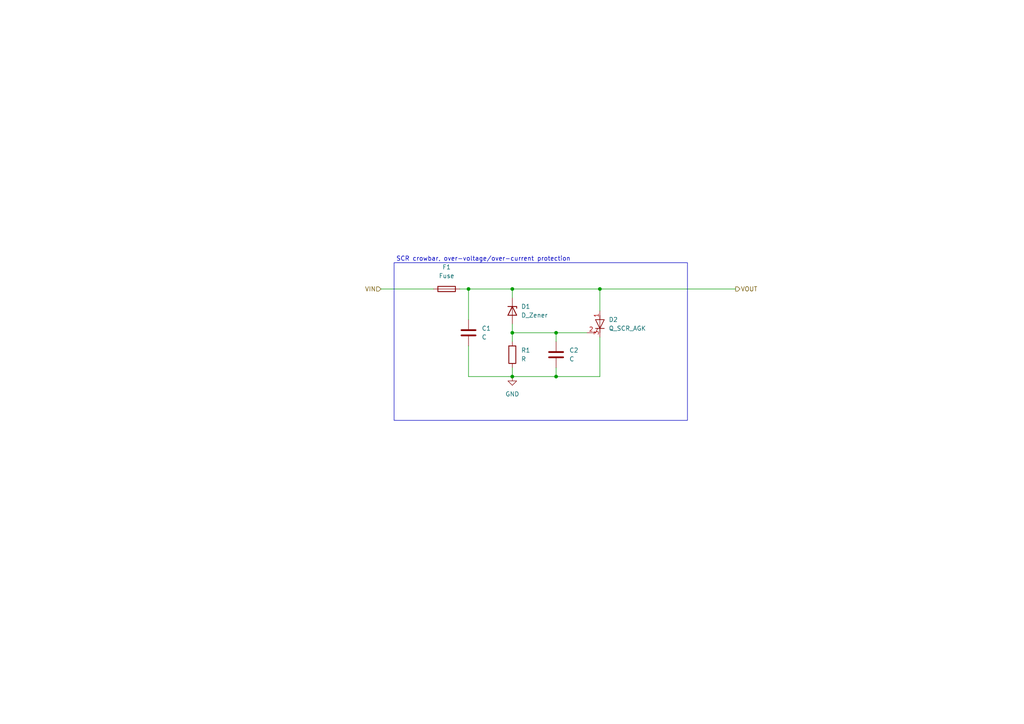
<source format=kicad_sch>
(kicad_sch (version 20250114) (generator "eeschema") (generator_version "9.0")
  (paper "A4")
  (lib_symbols
    (symbol "Device:C" (pin_numbers (hide yes)) (pin_names (offset 0.254))
      (property "Reference" "C" (at 0.635 2.54 0))
      (property "Value" "C" (at 0.635 -2.54 0))
      (symbol "C_0_1"
        (polyline (pts (xy -2.032 0.762) (xy 2.032 0.762)) (stroke (width 0.508)))
        (polyline (pts (xy -2.032 -0.762) (xy 2.032 -0.762)) (stroke (width 0.508)))
      )
      (symbol "C_1_1"
        (pin passive line (at 0 3.81 270) (length 2.794) (name "~") (number "1"))
        (pin passive line (at 0 -3.81 90) (length 2.794) (name "~") (number "2"))
      )
    )
    (symbol "Device:D_Zener" (pin_numbers (hide yes)) (pin_names (offset 1.016) (hide yes))
      (property "Reference" "D" (at 0 2.54 0))
      (property "Value" "D_Zener" (at 0 -2.54 0))
      (symbol "D_Zener_0_1"
        (polyline (pts (xy -1.27 -1.27) (xy -1.27 1.27) (xy -0.762 1.27)) (stroke (width 0.254)))
        (polyline (pts (xy 1.27 0) (xy -1.27 0)))
        (polyline (pts (xy 1.27 -1.27) (xy 1.27 1.27) (xy -1.27 0) (xy 1.27 -1.27)) (stroke (width 0.254)))
      )
      (symbol "D_Zener_1_1"
        (pin passive line (at -3.81 0 0) (length 2.54) (name "K") (number "1"))
        (pin passive line (at 3.81 0 180) (length 2.54) (name "A") (number "2"))
      )
    )
    (symbol "Device:Fuse" (pin_numbers (hide yes)) (pin_names (offset 0))
      (property "Reference" "F" (at 2.032 0 90))
      (property "Value" "Fuse" (at -1.905 0 90))
      (symbol "Fuse_0_1"
        (rectangle (start -0.762 -2.54) (end 0.762 2.54) (stroke (width 0.254)))
        (polyline (pts (xy 0 2.54) (xy 0 -2.54)))
      )
      (symbol "Fuse_1_1"
        (pin passive line (at 0 3.81 270) (length 1.27) (name "~") (number "1"))
        (pin passive line (at 0 -3.81 90) (length 1.27) (name "~") (number "2"))
      )
    )
    (symbol "Device:Q_SCR_AGK" (pin_names (offset 0) (hide yes))
      (property "Reference" "D" (at 1.905 0.635 0))
      (property "Value" "Q_SCR_AGK" (at 1.905 -1.27 0))
      (symbol "Q_SCR_AGK_0_1"
        (polyline (pts (xy -1.27 1.27) (xy 1.27 1.27) (xy 0 -1.27) (xy -1.27 1.27)) (stroke (width 0.2032)))
        (polyline (pts (xy -1.27 -1.27) (xy 1.27 -1.27)) (stroke (width 0.2032)))
        (polyline (pts (xy -1.27 -2.54) (xy -0.635 -1.27)))
        (polyline (pts (xy 0 -2.54) (xy 0 2.54)))
      )
      (symbol "Q_SCR_AGK_1_1"
        (pin input line (at -3.81 -2.54 0) (length 2.54) (name "G") (number "2"))
        (pin passive line (at 0 3.81 270) (length 2.54) (name "A") (number "1"))
        (pin passive line (at 0 -3.81 90) (length 2.54) (name "K") (number "3"))
      )
    )
    (symbol "Device:R" (pin_numbers (hide yes)) (pin_names (offset 0))
      (property "Reference" "R" (at 2.032 0 90))
      (property "Value" "R" (at 0 0 90))
      (symbol "R_0_1"
        (rectangle (start -1.016 -2.54) (end 1.016 2.54) (stroke (width 0.254)))
      )
      (symbol "R_1_1"
        (pin passive line (at 0 3.81 270) (length 1.27) (name "~") (number "1"))
        (pin passive line (at 0 -3.81 90) (length 1.27) (name "~") (number "2"))
      )
    )
    (symbol "power:GND" (power) (pin_numbers (hide yes)) (pin_names (offset 0) (hide yes))
      (property "Value" "GND" (at 0 -3.81 0))
      (symbol "GND_0_1"
        (polyline (pts (xy 0 0) (xy 0 -1.27) (xy 1.27 -1.27) (xy 0 -2.54) (xy -1.27 -1.27) (xy 0 -1.27)))
      )
      (symbol "GND_1_1"
        (pin power_in line (at 0 0 270) (length 0) (name "~") (number "1"))
      )
    )
  )
  (rectangle (start 114.3 76.2) (end 199.39 121.92))
  (text "SCR crowbar, over-voltage/over-current protection" (at 140.208 75.184 0) (effects (font (size 1.27 1.27))))
  (junction (at 148.59 83.82))
  (junction (at 173.99 83.82))
  (junction (at 135.89 83.82))
  (junction (at 161.29 109.22))
  (junction (at 161.29 96.52))
  (junction (at 148.59 96.52))
  (junction (at 148.59 109.22))
  (wire (pts (xy 135.89 83.82) (xy 133.35 83.82)))
  (wire (pts (xy 148.59 93.98) (xy 148.59 96.52)))
  (wire (pts (xy 148.59 106.68) (xy 148.59 109.22)))
  (wire (pts (xy 161.29 96.52) (xy 161.29 99.06)))
  (wire (pts (xy 148.59 83.82) (xy 135.89 83.82)))
  (wire (pts (xy 135.89 83.82) (xy 135.89 92.71)))
  (wire (pts (xy 148.59 96.52) (xy 161.29 96.52)))
  (wire (pts (xy 173.99 90.17) (xy 173.99 83.82)))
  (wire (pts (xy 161.29 96.52) (xy 170.18 96.52)))
  (wire (pts (xy 161.29 109.22) (xy 148.59 109.22)))
  (wire (pts (xy 148.59 86.36) (xy 148.59 83.82)))
  (wire (pts (xy 110.49 83.82) (xy 125.73 83.82)))
  (wire (pts (xy 148.59 96.52) (xy 148.59 99.06)))
  (wire (pts (xy 173.99 83.82) (xy 148.59 83.82)))
  (wire (pts (xy 135.89 109.22) (xy 148.59 109.22)))
  (wire (pts (xy 161.29 106.68) (xy 161.29 109.22)))
  (wire (pts (xy 173.99 97.79) (xy 173.99 109.22)))
  (wire (pts (xy 135.89 100.33) (xy 135.89 109.22)))
  (wire (pts (xy 173.99 109.22) (xy 161.29 109.22)))
  (wire (pts (xy 173.99 83.82) (xy 213.36 83.82)))
  (hierarchical_label "VIN" (shape input) (at 110.49 83.82 180))
  (hierarchical_label "VOUT" (shape output) (at 213.36 83.82 0))
  (symbol (lib_id "Device:D_Zener") (at 148.59 90.17 270) (unit 1)
    (property "Reference" "D1" (at 151.13 88.8999 90) (effects (justify left)))
    (property "Value" "D_Zener" (at 151.13 91.4399 90) (effects (justify left)))
    (property "Description" "Zener diode" (effects (hide yes)))
  )
  (symbol (lib_id "Device:C") (at 135.89 96.52 0) (unit 1)
    (property "Reference" "C1" (at 139.7 95.2499 0) (effects (justify left)))
    (property "Value" "C" (at 139.7 97.7899 0) (effects (justify left)))
    (property "Description" "Unpolarized capacitor" (effects (hide yes)))
  )
  (symbol (lib_id "Device:Q_SCR_AGK") (at 173.99 93.98 0) (unit 1)
    (property "Reference" "D2" (at 176.53 92.7099 0) (effects (justify left)))
    (property "Value" "Q_SCR_AGK" (at 176.53 95.2499 0) (effects (justify left)))
    (property "Description" "Silicon controlled rectifier, anode/gate/cathode" (effects (hide yes)))
  )
  (symbol (lib_id "Device:C") (at 161.29 102.87 0) (unit 1)
    (property "Reference" "C2" (at 165.1 101.5999 0) (effects (justify left)))
    (property "Value" "C" (at 165.1 104.1399 0) (effects (justify left)))
    (property "Description" "Unpolarized capacitor" (effects (hide yes)))
  )
  (symbol (lib_id "Device:R") (at 148.59 102.87 0) (unit 1)
    (property "Reference" "R1" (at 151.13 101.5999 0) (effects (justify left)))
    (property "Value" "R" (at 151.13 104.1399 0) (effects (justify left)))
    (property "Description" "Resistor" (effects (hide yes)))
  )
  (symbol (lib_id "Device:Fuse") (at 129.54 83.82 90) (unit 1)
    (property "Reference" "F1" (at 129.54 77.47 90))
    (property "Value" "Fuse" (at 129.54 80.01 90))
    (property "Description" "Fuse" (effects (hide yes)))
  )
  (symbol (lib_id "power:GND") (at 148.59 109.22 0) (unit 1)
    (property "Reference" "#PWR01" (effects (hide yes)))
    (property "Value" "GND" (at 148.59 114.3 0))
    (property "Description" "Power symbol creates a global label with name \"GND\" , ground" (effects (hide yes)))
  )
)
</source>
